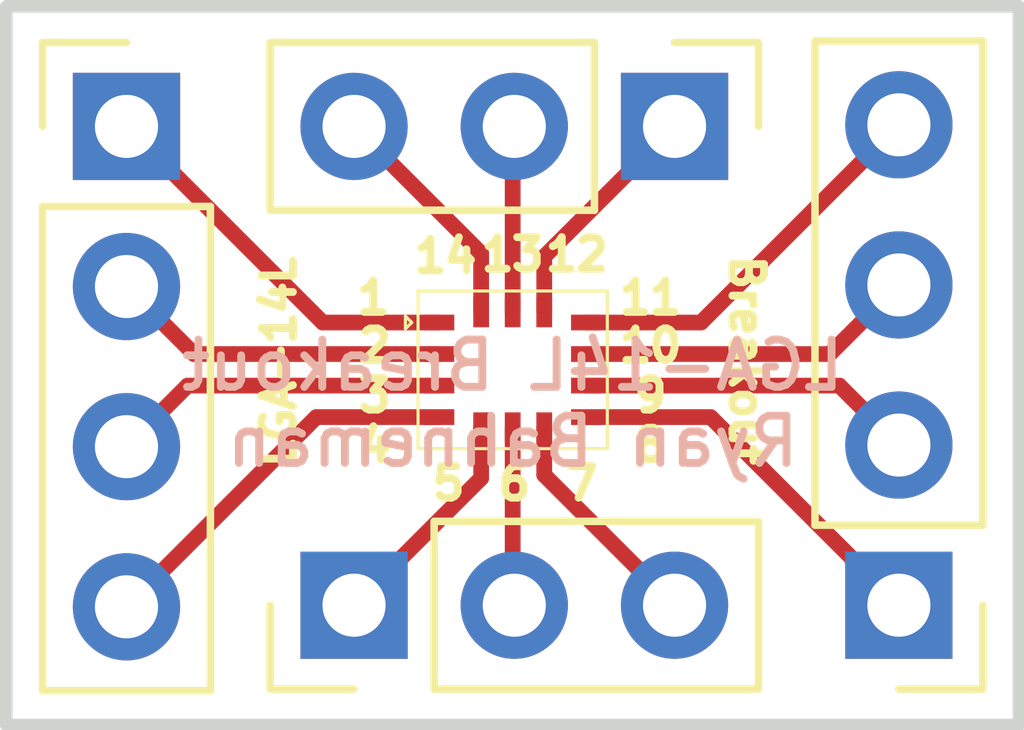
<source format=kicad_pcb>
(kicad_pcb (version 4) (host pcbnew 4.0.7)

  (general
    (links 14)
    (no_connects 0)
    (area 99.899999 99.899999 116.150001 111.500001)
    (thickness 1.6)
    (drawings 21)
    (tracks 28)
    (zones 0)
    (modules 5)
    (nets 15)
  )

  (page A4)
  (layers
    (0 F.Cu signal)
    (31 B.Cu signal)
    (32 B.Adhes user)
    (33 F.Adhes user)
    (34 B.Paste user)
    (35 F.Paste user)
    (36 B.SilkS user)
    (37 F.SilkS user)
    (38 B.Mask user)
    (39 F.Mask user)
    (40 Dwgs.User user)
    (41 Cmts.User user)
    (42 Eco1.User user)
    (43 Eco2.User user)
    (44 Edge.Cuts user)
    (45 Margin user)
    (46 B.CrtYd user)
    (47 F.CrtYd user)
    (48 B.Fab user)
    (49 F.Fab user)
  )

  (setup
    (last_trace_width 0.25)
    (trace_clearance 0.2)
    (zone_clearance 0.508)
    (zone_45_only no)
    (trace_min 0.2)
    (segment_width 0.2)
    (edge_width 0.2)
    (via_size 0.6)
    (via_drill 0.4)
    (via_min_size 0.4)
    (via_min_drill 0.3)
    (uvia_size 0.3)
    (uvia_drill 0.1)
    (uvias_allowed no)
    (uvia_min_size 0.2)
    (uvia_min_drill 0.1)
    (pcb_text_width 0.3)
    (pcb_text_size 1.5 1.5)
    (mod_edge_width 0.15)
    (mod_text_size 1 1)
    (mod_text_width 0.15)
    (pad_size 1.524 1.524)
    (pad_drill 0.762)
    (pad_to_mask_clearance 0.2)
    (aux_axis_origin 0 0)
    (visible_elements FFFFFF7F)
    (pcbplotparams
      (layerselection 0x00030_80000001)
      (usegerberextensions false)
      (excludeedgelayer true)
      (linewidth 0.100000)
      (plotframeref false)
      (viasonmask false)
      (mode 1)
      (useauxorigin false)
      (hpglpennumber 1)
      (hpglpenspeed 20)
      (hpglpendiameter 15)
      (hpglpenoverlay 2)
      (psnegative false)
      (psa4output false)
      (plotreference true)
      (plotvalue true)
      (plotinvisibletext false)
      (padsonsilk false)
      (subtractmaskfromsilk false)
      (outputformat 1)
      (mirror false)
      (drillshape 1)
      (scaleselection 1)
      (outputdirectory ""))
  )

  (net 0 "")
  (net 1 "Net-(J1-Pad1)")
  (net 2 "Net-(J1-Pad2)")
  (net 3 "Net-(J1-Pad3)")
  (net 4 "Net-(J1-Pad4)")
  (net 5 "Net-(J2-Pad1)")
  (net 6 "Net-(J2-Pad2)")
  (net 7 "Net-(J2-Pad3)")
  (net 8 "Net-(J3-Pad1)")
  (net 9 "Net-(J3-Pad2)")
  (net 10 "Net-(J3-Pad3)")
  (net 11 "Net-(J3-Pad4)")
  (net 12 "Net-(J4-Pad1)")
  (net 13 "Net-(J4-Pad2)")
  (net 14 "Net-(J4-Pad3)")

  (net_class Default "This is the default net class."
    (clearance 0.2)
    (trace_width 0.25)
    (via_dia 0.6)
    (via_drill 0.4)
    (uvia_dia 0.3)
    (uvia_drill 0.1)
    (add_net "Net-(J1-Pad1)")
    (add_net "Net-(J1-Pad2)")
    (add_net "Net-(J1-Pad3)")
    (add_net "Net-(J1-Pad4)")
    (add_net "Net-(J2-Pad1)")
    (add_net "Net-(J2-Pad2)")
    (add_net "Net-(J2-Pad3)")
    (add_net "Net-(J3-Pad1)")
    (add_net "Net-(J3-Pad2)")
    (add_net "Net-(J3-Pad3)")
    (add_net "Net-(J3-Pad4)")
    (add_net "Net-(J4-Pad1)")
    (add_net "Net-(J4-Pad2)")
    (add_net "Net-(J4-Pad3)")
  )

  (module Pin_Headers:Pin_Header_Straight_1x04_Pitch2.54mm (layer F.Cu) (tedit 5A35B9CE) (tstamp 5A44528D)
    (at 101.9048 101.9048)
    (descr "Through hole straight pin header, 1x04, 2.54mm pitch, single row")
    (tags "Through hole pin header THT 1x04 2.54mm single row")
    (path /5A35B6CD)
    (fp_text reference J1 (at 0 -2.33) (layer F.SilkS) hide
      (effects (font (size 1 1) (thickness 0.15)))
    )
    (fp_text value Conn_01x04_Male (at 0 9.95) (layer F.Fab) hide
      (effects (font (size 0.25 0.25) (thickness 0.0625)))
    )
    (fp_line (start -0.635 -1.27) (end 1.27 -1.27) (layer F.Fab) (width 0.1))
    (fp_line (start 1.27 -1.27) (end 1.27 8.89) (layer F.Fab) (width 0.1))
    (fp_line (start 1.27 8.89) (end -1.27 8.89) (layer F.Fab) (width 0.1))
    (fp_line (start -1.27 8.89) (end -1.27 -0.635) (layer F.Fab) (width 0.1))
    (fp_line (start -1.27 -0.635) (end -0.635 -1.27) (layer F.Fab) (width 0.1))
    (fp_line (start -1.33 8.95) (end 1.33 8.95) (layer F.SilkS) (width 0.12))
    (fp_line (start -1.33 1.27) (end -1.33 8.95) (layer F.SilkS) (width 0.12))
    (fp_line (start 1.33 1.27) (end 1.33 8.95) (layer F.SilkS) (width 0.12))
    (fp_line (start -1.33 1.27) (end 1.33 1.27) (layer F.SilkS) (width 0.12))
    (fp_line (start -1.33 0) (end -1.33 -1.33) (layer F.SilkS) (width 0.12))
    (fp_line (start -1.33 -1.33) (end 0 -1.33) (layer F.SilkS) (width 0.12))
    (fp_line (start -1.8 -1.8) (end -1.8 9.4) (layer F.CrtYd) (width 0.05))
    (fp_line (start -1.8 9.4) (end 1.8 9.4) (layer F.CrtYd) (width 0.05))
    (fp_line (start 1.8 9.4) (end 1.8 -1.8) (layer F.CrtYd) (width 0.05))
    (fp_line (start 1.8 -1.8) (end -1.8 -1.8) (layer F.CrtYd) (width 0.05))
    (fp_text user %R (at 0 3.81 90) (layer F.Fab)
      (effects (font (size 1 1) (thickness 0.15)))
    )
    (pad 1 thru_hole rect (at 0 0) (size 1.7 1.7) (drill 1) (layers *.Cu *.Mask)
      (net 1 "Net-(J1-Pad1)"))
    (pad 2 thru_hole oval (at 0 2.54) (size 1.7 1.7) (drill 1) (layers *.Cu *.Mask)
      (net 2 "Net-(J1-Pad2)"))
    (pad 3 thru_hole oval (at 0 5.08) (size 1.7 1.7) (drill 1) (layers *.Cu *.Mask)
      (net 3 "Net-(J1-Pad3)"))
    (pad 4 thru_hole oval (at 0 7.62) (size 1.7 1.7) (drill 1) (layers *.Cu *.Mask)
      (net 4 "Net-(J1-Pad4)"))
    (model ${KISYS3DMOD}/Pin_Headers.3dshapes/Pin_Header_Straight_1x04_Pitch2.54mm.wrl
      (at (xyz 0 0 0))
      (scale (xyz 1 1 1))
      (rotate (xyz 0 0 0))
    )
  )

  (module Pin_Headers:Pin_Header_Straight_1x03_Pitch2.54mm (layer F.Cu) (tedit 5A35B9C9) (tstamp 5A4452A4)
    (at 105.5116 109.4994 90)
    (descr "Through hole straight pin header, 1x03, 2.54mm pitch, single row")
    (tags "Through hole pin header THT 1x03 2.54mm single row")
    (path /5A35B690)
    (fp_text reference J2 (at 2.4892 -1.016 90) (layer F.SilkS) hide
      (effects (font (size 1 1) (thickness 0.15)))
    )
    (fp_text value Conn_01x03_Male (at 0 7.41 90) (layer F.Fab) hide
      (effects (font (size 0.25 0.25) (thickness 0.0625)))
    )
    (fp_line (start -0.635 -1.27) (end 1.27 -1.27) (layer F.Fab) (width 0.1))
    (fp_line (start 1.27 -1.27) (end 1.27 6.35) (layer F.Fab) (width 0.1))
    (fp_line (start 1.27 6.35) (end -1.27 6.35) (layer F.Fab) (width 0.1))
    (fp_line (start -1.27 6.35) (end -1.27 -0.635) (layer F.Fab) (width 0.1))
    (fp_line (start -1.27 -0.635) (end -0.635 -1.27) (layer F.Fab) (width 0.1))
    (fp_line (start -1.33 6.41) (end 1.33 6.41) (layer F.SilkS) (width 0.12))
    (fp_line (start -1.33 1.27) (end -1.33 6.41) (layer F.SilkS) (width 0.12))
    (fp_line (start 1.33 1.27) (end 1.33 6.41) (layer F.SilkS) (width 0.12))
    (fp_line (start -1.33 1.27) (end 1.33 1.27) (layer F.SilkS) (width 0.12))
    (fp_line (start -1.33 0) (end -1.33 -1.33) (layer F.SilkS) (width 0.12))
    (fp_line (start -1.33 -1.33) (end 0 -1.33) (layer F.SilkS) (width 0.12))
    (fp_line (start -1.8 -1.8) (end -1.8 6.85) (layer F.CrtYd) (width 0.05))
    (fp_line (start -1.8 6.85) (end 1.8 6.85) (layer F.CrtYd) (width 0.05))
    (fp_line (start 1.8 6.85) (end 1.8 -1.8) (layer F.CrtYd) (width 0.05))
    (fp_line (start 1.8 -1.8) (end -1.8 -1.8) (layer F.CrtYd) (width 0.05))
    (fp_text user %R (at 0 2.54 180) (layer F.Fab)
      (effects (font (size 1 1) (thickness 0.15)))
    )
    (pad 1 thru_hole rect (at 0 0 90) (size 1.7 1.7) (drill 1) (layers *.Cu *.Mask)
      (net 5 "Net-(J2-Pad1)"))
    (pad 2 thru_hole oval (at 0 2.54 90) (size 1.7 1.7) (drill 1) (layers *.Cu *.Mask)
      (net 6 "Net-(J2-Pad2)"))
    (pad 3 thru_hole oval (at 0 5.08 90) (size 1.7 1.7) (drill 1) (layers *.Cu *.Mask)
      (net 7 "Net-(J2-Pad3)"))
    (model ${KISYS3DMOD}/Pin_Headers.3dshapes/Pin_Header_Straight_1x03_Pitch2.54mm.wrl
      (at (xyz 0 0 0))
      (scale (xyz 1 1 1))
      (rotate (xyz 0 0 0))
    )
  )

  (module Pin_Headers:Pin_Header_Straight_1x04_Pitch2.54mm (layer F.Cu) (tedit 5A35B9D2) (tstamp 5A4452BC)
    (at 114.1476 109.4994 180)
    (descr "Through hole straight pin header, 1x04, 2.54mm pitch, single row")
    (tags "Through hole pin header THT 1x04 2.54mm single row")
    (path /5A35B6FD)
    (fp_text reference J3 (at 0 -2.33 180) (layer F.SilkS) hide
      (effects (font (size 1 1) (thickness 0.15)))
    )
    (fp_text value Conn_01x04_Male (at 0 9.95 180) (layer F.Fab) hide
      (effects (font (size 1 1) (thickness 0.15)))
    )
    (fp_line (start -0.635 -1.27) (end 1.27 -1.27) (layer F.Fab) (width 0.1))
    (fp_line (start 1.27 -1.27) (end 1.27 8.89) (layer F.Fab) (width 0.1))
    (fp_line (start 1.27 8.89) (end -1.27 8.89) (layer F.Fab) (width 0.1))
    (fp_line (start -1.27 8.89) (end -1.27 -0.635) (layer F.Fab) (width 0.1))
    (fp_line (start -1.27 -0.635) (end -0.635 -1.27) (layer F.Fab) (width 0.1))
    (fp_line (start -1.33 8.95) (end 1.33 8.95) (layer F.SilkS) (width 0.12))
    (fp_line (start -1.33 1.27) (end -1.33 8.95) (layer F.SilkS) (width 0.12))
    (fp_line (start 1.33 1.27) (end 1.33 8.95) (layer F.SilkS) (width 0.12))
    (fp_line (start -1.33 1.27) (end 1.33 1.27) (layer F.SilkS) (width 0.12))
    (fp_line (start -1.33 0) (end -1.33 -1.33) (layer F.SilkS) (width 0.12))
    (fp_line (start -1.33 -1.33) (end 0 -1.33) (layer F.SilkS) (width 0.12))
    (fp_line (start -1.8 -1.8) (end -1.8 9.4) (layer F.CrtYd) (width 0.05))
    (fp_line (start -1.8 9.4) (end 1.8 9.4) (layer F.CrtYd) (width 0.05))
    (fp_line (start 1.8 9.4) (end 1.8 -1.8) (layer F.CrtYd) (width 0.05))
    (fp_line (start 1.8 -1.8) (end -1.8 -1.8) (layer F.CrtYd) (width 0.05))
    (fp_text user %R (at 0 3.81 270) (layer F.Fab)
      (effects (font (size 1 1) (thickness 0.15)))
    )
    (pad 1 thru_hole rect (at 0 0 180) (size 1.7 1.7) (drill 1) (layers *.Cu *.Mask)
      (net 8 "Net-(J3-Pad1)"))
    (pad 2 thru_hole oval (at 0 2.54 180) (size 1.7 1.7) (drill 1) (layers *.Cu *.Mask)
      (net 9 "Net-(J3-Pad2)"))
    (pad 3 thru_hole oval (at 0 5.08 180) (size 1.7 1.7) (drill 1) (layers *.Cu *.Mask)
      (net 10 "Net-(J3-Pad3)"))
    (pad 4 thru_hole oval (at 0 7.62 180) (size 1.7 1.7) (drill 1) (layers *.Cu *.Mask)
      (net 11 "Net-(J3-Pad4)"))
    (model ${KISYS3DMOD}/Pin_Headers.3dshapes/Pin_Header_Straight_1x04_Pitch2.54mm.wrl
      (at (xyz 0 0 0))
      (scale (xyz 1 1 1))
      (rotate (xyz 0 0 0))
    )
  )

  (module Pin_Headers:Pin_Header_Straight_1x03_Pitch2.54mm (layer F.Cu) (tedit 5A35B9DB) (tstamp 5A4452D3)
    (at 110.5916 101.9048 270)
    (descr "Through hole straight pin header, 1x03, 2.54mm pitch, single row")
    (tags "Through hole pin header THT 1x03 2.54mm single row")
    (path /5A35B627)
    (fp_text reference J4 (at 0 -2.33 270) (layer F.SilkS) hide
      (effects (font (size 1 1) (thickness 0.15)))
    )
    (fp_text value Conn_01x03_Male (at 0 7.41 270) (layer F.Fab) hide
      (effects (font (size 1 1) (thickness 0.15)))
    )
    (fp_line (start -0.635 -1.27) (end 1.27 -1.27) (layer F.Fab) (width 0.1))
    (fp_line (start 1.27 -1.27) (end 1.27 6.35) (layer F.Fab) (width 0.1))
    (fp_line (start 1.27 6.35) (end -1.27 6.35) (layer F.Fab) (width 0.1))
    (fp_line (start -1.27 6.35) (end -1.27 -0.635) (layer F.Fab) (width 0.1))
    (fp_line (start -1.27 -0.635) (end -0.635 -1.27) (layer F.Fab) (width 0.1))
    (fp_line (start -1.33 6.41) (end 1.33 6.41) (layer F.SilkS) (width 0.12))
    (fp_line (start -1.33 1.27) (end -1.33 6.41) (layer F.SilkS) (width 0.12))
    (fp_line (start 1.33 1.27) (end 1.33 6.41) (layer F.SilkS) (width 0.12))
    (fp_line (start -1.33 1.27) (end 1.33 1.27) (layer F.SilkS) (width 0.12))
    (fp_line (start -1.33 0) (end -1.33 -1.33) (layer F.SilkS) (width 0.12))
    (fp_line (start -1.33 -1.33) (end 0 -1.33) (layer F.SilkS) (width 0.12))
    (fp_line (start -1.8 -1.8) (end -1.8 6.85) (layer F.CrtYd) (width 0.05))
    (fp_line (start -1.8 6.85) (end 1.8 6.85) (layer F.CrtYd) (width 0.05))
    (fp_line (start 1.8 6.85) (end 1.8 -1.8) (layer F.CrtYd) (width 0.05))
    (fp_line (start 1.8 -1.8) (end -1.8 -1.8) (layer F.CrtYd) (width 0.05))
    (fp_text user %R (at 0 2.54 360) (layer F.Fab)
      (effects (font (size 1 1) (thickness 0.15)))
    )
    (pad 1 thru_hole rect (at 0 0 270) (size 1.7 1.7) (drill 1) (layers *.Cu *.Mask)
      (net 12 "Net-(J4-Pad1)"))
    (pad 2 thru_hole oval (at 0 2.54 270) (size 1.7 1.7) (drill 1) (layers *.Cu *.Mask)
      (net 13 "Net-(J4-Pad2)"))
    (pad 3 thru_hole oval (at 0 5.08 270) (size 1.7 1.7) (drill 1) (layers *.Cu *.Mask)
      (net 14 "Net-(J4-Pad3)"))
    (model ${KISYS3DMOD}/Pin_Headers.3dshapes/Pin_Header_Straight_1x03_Pitch2.54mm.wrl
      (at (xyz 0 0 0))
      (scale (xyz 1 1 1))
      (rotate (xyz 0 0 0))
    )
  )

  (module Housings_LGA:LGA-14L-2.5x3x0.86mm (layer F.Cu) (tedit 5A35BAF3) (tstamp 5A445559)
    (at 108.0262 105.7656)
    (path /5A35B5D7)
    (fp_text reference U1 (at 0 -1.9) (layer F.SilkS) hide
      (effects (font (size 0.5 0.5) (thickness 0.1)))
    )
    (fp_text value ISM330DLC (at 0 2) (layer F.Fab) hide
      (effects (font (size 0.5 0.5) (thickness 0.1)))
    )
    (fp_text user REF** (at 0 0) (layer F.Fab)
      (effects (font (size 0.5 0.5) (thickness 0.1)))
    )
    (fp_line (start -1.25 -1) (end 1.25 -1) (layer F.Fab) (width 0.05))
    (fp_line (start 1.25 -1) (end 1.25 1) (layer F.Fab) (width 0.05))
    (fp_line (start 1.25 1) (end -1.25 1) (layer F.Fab) (width 0.05))
    (fp_line (start -1.25 1) (end -1.25 -1) (layer F.Fab) (width 0.05))
    (fp_line (start -1.7 -1) (end -1.7 -0.8) (layer F.Fab) (width 0.05))
    (fp_line (start -1.7 -0.8) (end -1.6 -0.9) (layer F.Fab) (width 0.05))
    (fp_line (start -1.6 -0.9) (end -1.7 -1) (layer F.Fab) (width 0.05))
    (fp_line (start -1.7 -0.85) (end -1.6 -0.75) (layer F.SilkS) (width 0.05))
    (fp_line (start -1.6 -0.75) (end -1.7 -0.65) (layer F.SilkS) (width 0.05))
    (fp_line (start -1.7 -0.65) (end -1.7 -0.85) (layer F.SilkS) (width 0.05))
    (fp_line (start 1.5 -1.25) (end 1.5 1.25) (layer F.SilkS) (width 0.05))
    (fp_line (start -1.5 -1.25) (end -1.5 1.25) (layer F.SilkS) (width 0.05))
    (fp_line (start -1.5 -1.25) (end 1.5 -1.25) (layer F.SilkS) (width 0.05))
    (fp_line (start -1.5 1.25) (end 1.5 1.25) (layer F.SilkS) (width 0.05))
    (pad 1 smd rect (at -1.1625 -0.75 90) (size 0.25 0.475) (layers F.Cu F.Paste F.Mask)
      (net 1 "Net-(J1-Pad1)"))
    (pad 2 smd rect (at -1.1625 -0.25 90) (size 0.25 0.475) (layers F.Cu F.Paste F.Mask)
      (net 2 "Net-(J1-Pad2)"))
    (pad 3 smd rect (at -1.1625 0.25 90) (size 0.25 0.475) (layers F.Cu F.Paste F.Mask)
      (net 3 "Net-(J1-Pad3)"))
    (pad 4 smd rect (at -1.1625 0.75 90) (size 0.25 0.475) (layers F.Cu F.Paste F.Mask)
      (net 4 "Net-(J1-Pad4)"))
    (pad 5 smd rect (at -0.5 0.9125) (size 0.25 0.475) (layers F.Cu F.Paste F.Mask)
      (net 5 "Net-(J2-Pad1)"))
    (pad 6 smd rect (at 0 0.9125) (size 0.25 0.475) (layers F.Cu F.Paste F.Mask)
      (net 6 "Net-(J2-Pad2)"))
    (pad 7 smd rect (at 0.5 0.9125) (size 0.25 0.475) (layers F.Cu F.Paste F.Mask)
      (net 7 "Net-(J2-Pad3)"))
    (pad 8 smd rect (at 1.1625 0.75 90) (size 0.25 0.475) (layers F.Cu F.Paste F.Mask)
      (net 8 "Net-(J3-Pad1)"))
    (pad 9 smd rect (at 1.1625 0.25 90) (size 0.25 0.475) (layers F.Cu F.Paste F.Mask)
      (net 9 "Net-(J3-Pad2)"))
    (pad 11 smd rect (at 1.1625 -0.75 90) (size 0.25 0.475) (layers F.Cu F.Paste F.Mask)
      (net 11 "Net-(J3-Pad4)"))
    (pad 10 smd rect (at 1.1625 -0.25 90) (size 0.25 0.475) (layers F.Cu F.Paste F.Mask)
      (net 10 "Net-(J3-Pad3)"))
    (pad 12 smd rect (at 0.5 -0.9125) (size 0.25 0.475) (layers F.Cu F.Paste F.Mask)
      (net 12 "Net-(J4-Pad1)"))
    (pad 13 smd rect (at 0 -0.9125) (size 0.25 0.475) (layers F.Cu F.Paste F.Mask)
      (net 13 "Net-(J4-Pad2)"))
    (pad 14 smd rect (at -0.5 -0.9125) (size 0.25 0.475) (layers F.Cu F.Paste F.Mask)
      (net 14 "Net-(J4-Pad3)"))
  )

  (gr_text "LGA-14L Breakout\nRyan Bahneman\n" (at 108.0262 106.299) (layer B.SilkS)
    (effects (font (size 0.75 0.75) (thickness 0.125)) (justify mirror))
  )
  (gr_text Breakout (at 111.7346 105.6132 270) (layer F.SilkS)
    (effects (font (size 0.5 0.5) (thickness 0.125)))
  )
  (gr_text "LGA-14L\n" (at 104.3178 105.6386 90) (layer F.SilkS)
    (effects (font (size 0.5 0.5) (thickness 0.125)))
  )
  (gr_text 12 (at 109.0422 103.9368) (layer F.SilkS)
    (effects (font (size 0.5 0.5) (thickness 0.125)))
  )
  (gr_text 13 (at 108.0262 103.9368) (layer F.SilkS)
    (effects (font (size 0.5 0.5) (thickness 0.125)))
  )
  (gr_text 14 (at 106.9594 103.9622) (layer F.SilkS)
    (effects (font (size 0.5 0.5) (thickness 0.125)))
  )
  (gr_text 11 (at 110.2106 104.6226) (layer F.SilkS)
    (effects (font (size 0.5 0.5) (thickness 0.125)))
  )
  (gr_text 10 (at 110.2106 105.3846) (layer F.SilkS)
    (effects (font (size 0.5 0.5) (thickness 0.125)))
  )
  (gr_text 9 (at 110.2106 106.172) (layer F.SilkS)
    (effects (font (size 0.5 0.5) (thickness 0.125)))
  )
  (gr_text 8 (at 110.2106 106.9594) (layer F.SilkS)
    (effects (font (size 0.5 0.5) (thickness 0.125)))
  )
  (gr_text 7 (at 109.1184 107.569) (layer F.SilkS)
    (effects (font (size 0.5 0.5) (thickness 0.125)))
  )
  (gr_text 6 (at 108.0516 107.569) (layer F.SilkS)
    (effects (font (size 0.5 0.5) (thickness 0.125)))
  )
  (gr_text 5 (at 107.0102 107.569) (layer F.SilkS)
    (effects (font (size 0.5 0.5) (thickness 0.125)))
  )
  (gr_text 4 (at 105.8418 106.9594) (layer F.SilkS)
    (effects (font (size 0.5 0.5) (thickness 0.125)))
  )
  (gr_text 3 (at 105.8418 106.172) (layer F.SilkS)
    (effects (font (size 0.5 0.5) (thickness 0.125)))
  )
  (gr_text 2 (at 105.8418 105.3846) (layer F.SilkS)
    (effects (font (size 0.5 0.5) (thickness 0.125)))
  )
  (gr_text 1 (at 105.8164 104.6226) (layer F.SilkS)
    (effects (font (size 0.5 0.5) (thickness 0.125)))
  )
  (gr_line (start 116.05 100) (end 116.05 111.4) (angle 90) (layer Edge.Cuts) (width 0.2))
  (gr_line (start 100 111.4) (end 116.05 111.4) (angle 90) (layer Edge.Cuts) (width 0.2))
  (gr_line (start 100 100) (end 116.05 100) (angle 90) (layer Edge.Cuts) (width 0.2))
  (gr_line (start 100 100) (end 100 111.4) (angle 90) (layer Edge.Cuts) (width 0.2))

  (segment (start 106.8637 105.0156) (end 105.0156 105.0156) (width 0.25) (layer F.Cu) (net 1) (status 400000))
  (segment (start 105.0156 105.0156) (end 101.9048 101.9048) (width 0.25) (layer F.Cu) (net 1) (tstamp 5A44592A) (status 800000))
  (segment (start 106.8637 105.5156) (end 102.9756 105.5156) (width 0.25) (layer F.Cu) (net 2) (status 400000))
  (segment (start 102.9756 105.5156) (end 101.9048 104.4448) (width 0.25) (layer F.Cu) (net 2) (tstamp 5A445923) (status 800000))
  (segment (start 106.8637 106.0156) (end 102.874 106.0156) (width 0.25) (layer F.Cu) (net 3) (status 400000))
  (segment (start 102.874 106.0156) (end 101.9048 106.9848) (width 0.25) (layer F.Cu) (net 3) (tstamp 5A445927) (status 800000))
  (segment (start 106.8637 106.5156) (end 104.914 106.5156) (width 0.25) (layer F.Cu) (net 4) (status 400000))
  (segment (start 104.914 106.5156) (end 101.9048 109.5248) (width 0.25) (layer F.Cu) (net 4) (tstamp 5A44592E) (status 800000))
  (segment (start 107.5262 106.6781) (end 107.5262 107.4848) (width 0.25) (layer F.Cu) (net 5) (status 400000))
  (segment (start 107.5262 107.4848) (end 105.5116 109.4994) (width 0.25) (layer F.Cu) (net 5) (tstamp 5A445932) (status 800000))
  (segment (start 108.0262 106.6781) (end 108.0262 109.474) (width 0.25) (layer F.Cu) (net 6) (status C00000))
  (segment (start 108.0262 109.474) (end 108.0516 109.4994) (width 0.25) (layer F.Cu) (net 6) (tstamp 5A445935) (status C00000))
  (segment (start 108.5262 106.6781) (end 108.5262 107.434) (width 0.25) (layer F.Cu) (net 7) (status 400000))
  (segment (start 108.5262 107.434) (end 110.5916 109.4994) (width 0.25) (layer F.Cu) (net 7) (tstamp 5A445938) (status 800000))
  (segment (start 109.1887 106.5156) (end 111.1638 106.5156) (width 0.25) (layer F.Cu) (net 8) (status 400000))
  (segment (start 111.1638 106.5156) (end 114.1476 109.4994) (width 0.25) (layer F.Cu) (net 8) (tstamp 5A44593B) (status 800000))
  (segment (start 109.1887 106.0156) (end 113.2038 106.0156) (width 0.25) (layer F.Cu) (net 9) (status 400000))
  (segment (start 113.2038 106.0156) (end 114.1476 106.9594) (width 0.25) (layer F.Cu) (net 9) (tstamp 5A44593F) (status 800000))
  (segment (start 109.1887 105.5156) (end 113.0514 105.5156) (width 0.25) (layer F.Cu) (net 10) (status 400000))
  (segment (start 113.0514 105.5156) (end 114.1476 104.4194) (width 0.25) (layer F.Cu) (net 10) (tstamp 5A445942) (status 800000))
  (segment (start 109.1887 105.0156) (end 111.0114 105.0156) (width 0.25) (layer F.Cu) (net 11) (status 400000))
  (segment (start 111.0114 105.0156) (end 114.1476 101.8794) (width 0.25) (layer F.Cu) (net 11) (tstamp 5A445947) (status 800000))
  (segment (start 108.5262 104.8531) (end 108.5262 103.9702) (width 0.25) (layer F.Cu) (net 12) (status 400000))
  (segment (start 108.5262 103.9702) (end 110.5916 101.9048) (width 0.25) (layer F.Cu) (net 12) (tstamp 5A44594E) (status 800000))
  (segment (start 108.0262 104.8531) (end 108.0262 101.9302) (width 0.25) (layer F.Cu) (net 13) (status C00000))
  (segment (start 108.0262 101.9302) (end 108.0516 101.9048) (width 0.25) (layer F.Cu) (net 13) (tstamp 5A44594B) (status C00000))
  (segment (start 107.5262 104.8531) (end 107.5262 103.9194) (width 0.25) (layer F.Cu) (net 14) (status 400000))
  (segment (start 107.5262 103.9194) (end 105.5116 101.9048) (width 0.25) (layer F.Cu) (net 14) (tstamp 5A445951) (status 800000))

)

</source>
